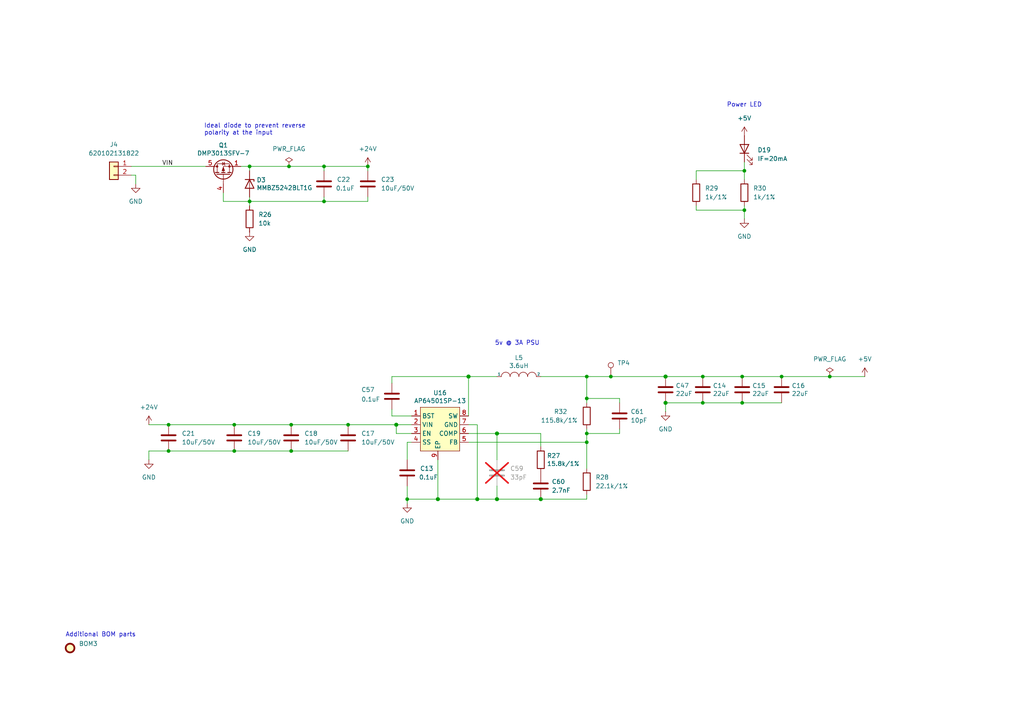
<source format=kicad_sch>
(kicad_sch (version 20250114) (generator "eeschema") (generator_version "9.0")
  (paper "A4")
  (title_block (title "Power") (company "Dr. Konstantin Schauwecker"))
  (lib_symbols
    (symbol "CM4IO:AP64351"
      (property "Reference" "U16" (at 0.635 9.2456 0))
      (property "Value" "AP64501SP-13" (at 0.635 6.9342 0))
      (symbol "AP64351_1_1"
        (rectangle (start -5.08 5.08) (end 6.35 -7.62) (fill (type background)))
        (pin passive line (at -7.62 2.54 0) (length 2.54) (name "BST") (number "1"))
        (pin power_in line (at -7.62 0 0) (length 2.54) (name "VIN") (number "2"))
        (pin input line (at -7.62 -2.54 0) (length 2.54) (name "EN") (number "3"))
        (pin input line (at -7.62 -5.08 0) (length 2.54) (name "SS") (number "4"))
        (pin passive line (at 0 -10.16 90) (length 2.54) (name "EP") (number "9"))
        (pin output line (at 8.89 2.54 180) (length 2.54) (name "SW") (number "8"))
        (pin power_in line (at 8.89 0 180) (length 2.54) (name "GND") (number "7"))
        (pin input line (at 8.89 -2.54 180) (length 2.54) (name "COMP") (number "6"))
        (pin input line (at 8.89 -5.08 180) (length 2.54) (name "FB") (number "5"))
      )
    )
    (symbol "Connector:TestPoint" (pin_numbers (hide yes)) (pin_names (offset 0.762) (hide yes))
      (property "Reference" "TP" (at 0 6.858 0))
      (property "Value" "TestPoint" (at 0 5.08 0))
      (symbol "TestPoint_0_1"
        (circle (center 0 3.302) (radius 0.762))
      )
      (symbol "TestPoint_1_1"
        (pin passive line (at 0 0 90) (length 2.54) (name "1") (number "1"))
      )
    )
    (symbol "Connector_Generic:Conn_01x02" (pin_names (offset 1.016) (hide yes))
      (property "Reference" "J" (at 0 2.54 0))
      (property "Value" "Conn_01x02" (at 0 -5.08 0))
      (symbol "Conn_01x02_1_1"
        (rectangle (start -1.27 1.27) (end 1.27 -3.81) (stroke (width 0.254)) (fill (type background)))
        (rectangle (start -1.27 0.127) (end 0 -0.127) (stroke (width 0.1524)))
        (rectangle (start -1.27 -2.413) (end 0 -2.667) (stroke (width 0.1524)))
        (pin passive line (at -5.08 0 0) (length 3.81) (name "Pin_1") (number "1"))
        (pin passive line (at -5.08 -2.54 0) (length 3.81) (name "Pin_2") (number "2"))
      )
    )
    (symbol "Device:C" (pin_numbers (hide yes)) (pin_names (offset 0.254))
      (property "Reference" "C" (at 0.635 2.54 0))
      (property "Value" "C" (at 0.635 -2.54 0))
      (symbol "C_0_1"
        (polyline (pts (xy -2.032 0.762) (xy 2.032 0.762)) (stroke (width 0.508)))
        (polyline (pts (xy -2.032 -0.762) (xy 2.032 -0.762)) (stroke (width 0.508)))
      )
      (symbol "C_1_1"
        (pin passive line (at 0 3.81 270) (length 2.794) (name "~") (number "1"))
        (pin passive line (at 0 -3.81 90) (length 2.794) (name "~") (number "2"))
      )
    )
    (symbol "Device:R" (pin_numbers (hide yes)) (pin_names (offset 0))
      (property "Reference" "R" (at 2.032 0 90))
      (property "Value" "R" (at 0 0 90))
      (symbol "R_0_1"
        (rectangle (start -1.016 -2.54) (end 1.016 2.54) (stroke (width 0.254)))
      )
      (symbol "R_1_1"
        (pin passive line (at 0 3.81 270) (length 1.27) (name "~") (number "1"))
        (pin passive line (at 0 -3.81 90) (length 1.27) (name "~") (number "2"))
      )
    )
    (symbol "Diode:BZX84Cxx" (pin_numbers (hide yes)) (pin_names (hide yes))
      (property "Reference" "D" (at 0 2.54 0))
      (property "Value" "BZX84Cxx" (at 0 -2.54 0))
      (symbol "BZX84Cxx_0_1"
        (polyline (pts (xy -1.27 -1.27) (xy -1.27 1.27) (xy -0.762 1.27)) (stroke (width 0.254)))
        (polyline (pts (xy 1.27 0) (xy -1.27 0)))
        (polyline (pts (xy 1.27 -1.27) (xy 1.27 1.27) (xy -1.27 0) (xy 1.27 -1.27)) (stroke (width 0.254)))
      )
      (symbol "BZX84Cxx_1_1"
        (pin passive line (at -3.81 0 0) (length 2.54) (name "K") (number "1"))
        (pin passive line (at 3.81 0 180) (length 2.54) (name "A") (number "2"))
      )
    )
    (symbol "GND_1" (power) (pin_numbers (hide yes)) (pin_names (offset 0) (hide yes))
      (property "Value" "GND" (at 0 -3.81 0))
      (symbol "GND_1_0_1"
        (polyline (pts (xy 0 0) (xy 0 -1.27) (xy 1.27 -1.27) (xy 0 -2.54) (xy -1.27 -1.27) (xy 0 -1.27)))
      )
      (symbol "GND_1_1_1"
        (pin power_in line (at 0 0 270) (length 0) (name "~") (number "1"))
      )
    )
    (symbol "GND_2" (power) (pin_numbers (hide yes)) (pin_names (offset 0) (hide yes))
      (property "Value" "GND" (at 0 -3.81 0))
      (symbol "GND_2_0_1"
        (polyline (pts (xy 0 0) (xy 0 -1.27) (xy 1.27 -1.27) (xy 0 -2.54) (xy -1.27 -1.27) (xy 0 -1.27)))
      )
      (symbol "GND_2_1_1"
        (pin power_in line (at 0 0 270) (length 0) (name "~") (number "1"))
      )
    )
    (symbol "GND_3" (power) (pin_numbers (hide yes)) (pin_names (offset 0) (hide yes))
      (property "Value" "GND" (at 0 -3.81 0))
      (symbol "GND_3_0_1"
        (polyline (pts (xy 0 0) (xy 0 -1.27) (xy 1.27 -1.27) (xy 0 -2.54) (xy -1.27 -1.27) (xy 0 -1.27)))
      )
      (symbol "GND_3_1_1"
        (pin power_in line (at 0 0 270) (length 0) (name "~") (number "1"))
      )
    )
    (symbol "GND_4" (power) (pin_numbers (hide yes)) (pin_names (offset 0) (hide yes))
      (property "Value" "GND" (at 0 -3.81 0))
      (symbol "GND_4_0_1"
        (polyline (pts (xy 0 0) (xy 0 -1.27) (xy 1.27 -1.27) (xy 0 -2.54) (xy -1.27 -1.27) (xy 0 -1.27)))
      )
      (symbol "GND_4_1_1"
        (pin power_in line (at 0 0 270) (length 0) (name "~") (number "1"))
      )
    )
    (symbol "GND_5" (power) (pin_numbers (hide yes)) (pin_names (offset 0) (hide yes))
      (property "Value" "GND" (at 0 -3.81 0))
      (symbol "GND_5_0_1"
        (polyline (pts (xy 0 0) (xy 0 -1.27) (xy 1.27 -1.27) (xy 0 -2.54) (xy -1.27 -1.27) (xy 0 -1.27)))
      )
      (symbol "GND_5_1_1"
        (pin power_in line (at 0 0 270) (length 0) (name "~") (number "1"))
      )
    )
    (symbol "LED_1" (pin_numbers (hide yes)) (pin_names (offset 1.016) (hide yes))
      (property "Reference" "D" (at 0 2.54 0))
      (property "Value" "LED" (at 0 -2.54 0))
      (symbol "LED_1_0_1"
        (polyline (pts (xy -3.048 -0.762) (xy -4.572 -2.286) (xy -3.81 -2.286) (xy -4.572 -2.286) (xy -4.572 -1.524)))
        (polyline (pts (xy -1.778 -0.762) (xy -3.302 -2.286) (xy -2.54 -2.286) (xy -3.302 -2.286) (xy -3.302 -1.524)))
        (polyline (pts (xy -1.27 0) (xy 1.27 0)))
        (polyline (pts (xy -1.27 -1.27) (xy -1.27 1.27)) (stroke (width 0.254)))
        (polyline (pts (xy 1.27 -1.27) (xy 1.27 1.27) (xy -1.27 0) (xy 1.27 -1.27)) (stroke (width 0.254)))
      )
      (symbol "LED_1_1_1"
        (pin passive line (at -3.81 0 0) (length 2.54) (name "K") (number "1"))
        (pin passive line (at 3.81 0 180) (length 2.54) (name "A") (number "2"))
      )
    )
    (symbol "Mechanical:Fiducial" (in_bom no)
      (property "Reference" "FID" (at 0 5.08 0))
      (property "Value" "Fiducial" (at 0 3.175 0))
      (symbol "Fiducial_0_1"
        (circle (center 0 0) (radius 1.27) (stroke (width 0.508)) (fill (type background)))
      )
    )
    (symbol "Transistor_FET:DMP3013SFV" (pin_names (hide yes))
      (property "Reference" "Q" (at 5.08 1.905 0))
      (property "Value" "DMP3013SFV" (at 5.08 0 0))
      (symbol "DMP3013SFV_0_1"
        (polyline (pts (xy 0.254 1.905) (xy 0.254 -1.905)) (stroke (width 0.254)))
        (polyline (pts (xy 0.254 0) (xy -2.54 0)))
        (polyline (pts (xy 0.762 2.286) (xy 0.762 1.27)) (stroke (width 0.254)))
        (polyline (pts (xy 0.762 1.778) (xy 3.302 1.778) (xy 3.302 -1.778) (xy 0.762 -1.778)))
        (polyline (pts (xy 0.762 0.508) (xy 0.762 -0.508)) (stroke (width 0.254)))
        (polyline (pts (xy 0.762 -1.27) (xy 0.762 -2.286)) (stroke (width 0.254)))
        (circle (center 1.651 0) (radius 2.794) (stroke (width 0.254)))
        (polyline (pts (xy 2.286 0) (xy 1.27 0.381) (xy 1.27 -0.381) (xy 2.286 0)) (fill (type outline)))
        (polyline (pts (xy 2.54 2.54) (xy 2.54 1.778)))
        (circle (center 2.54 1.778) (radius 0.254) (fill (type outline)))
        (circle (center 2.54 -1.778) (radius 0.254) (fill (type outline)))
        (polyline (pts (xy 2.54 -2.54) (xy 2.54 0) (xy 0.762 0)))
        (polyline (pts (xy 2.794 -0.508) (xy 2.921 -0.381) (xy 3.683 -0.381) (xy 3.81 -0.254)))
        (polyline (pts (xy 3.302 -0.381) (xy 2.921 0.254) (xy 3.683 0.254) (xy 3.302 -0.381)))
      )
      (symbol "DMP3013SFV_1_1"
        (pin passive line (at -5.08 0 0) (length 2.54) (name "G") (number "4"))
        (pin passive line (at 2.54 5.08 270) (length 2.54) (name "D") (number "5"))
        (pin passive line (at 2.54 -5.08 90) (length 2.54) (name "S") (number "1"))
        (pin passive line (at 2.54 -5.08 90) (length 2.54) (hide yes) (name "S") (number "2"))
        (pin passive line (at 2.54 -5.08 90) (length 2.54) (hide yes) (name "S") (number "3"))
      )
    )
    (symbol "power:+24V" (power) (pin_numbers (hide yes)) (pin_names (offset 0) (hide yes))
      (property "Value" "+24V" (at 0 3.556 0))
      (symbol "+24V_0_1"
        (polyline (pts (xy -0.762 1.27) (xy 0 2.54)))
        (polyline (pts (xy 0 2.54) (xy 0.762 1.27)))
        (polyline (pts (xy 0 0) (xy 0 2.54)))
      )
      (symbol "+24V_1_1"
        (pin power_in line (at 0 0 90) (length 0) (name "~") (number "1"))
      )
    )
    (symbol "power:+5V" (power) (pin_numbers (hide yes)) (pin_names (offset 0) (hide yes))
      (property "Value" "+5V" (at 0 3.556 0))
      (symbol "+5V_0_1"
        (polyline (pts (xy -0.762 1.27) (xy 0 2.54)))
        (polyline (pts (xy 0 2.54) (xy 0.762 1.27)))
        (polyline (pts (xy 0 0) (xy 0 2.54)))
      )
      (symbol "+5V_1_1"
        (pin power_in line (at 0 0 90) (length 0) (name "~") (number "1"))
      )
    )
    (symbol "power:GND" (power) (pin_numbers (hide yes)) (pin_names (offset 0) (hide yes))
      (property "Value" "GND" (at 0 -3.81 0))
      (symbol "GND_0_1"
        (polyline (pts (xy 0 0) (xy 0 -1.27) (xy 1.27 -1.27) (xy 0 -2.54) (xy -1.27 -1.27) (xy 0 -1.27)))
      )
      (symbol "GND_1_1"
        (pin power_in line (at 0 0 270) (length 0) (name "~") (number "1"))
      )
    )
    (symbol "power:PWR_FLAG" (power) (pin_numbers (hide yes)) (pin_names (offset 0) (hide yes))
      (property "Value" "PWR_FLAG" (at 0 3.81 0))
      (symbol "PWR_FLAG_0_0"
        (pin power_out line (at 0 0 90) (length 0) (name "~") (number "1"))
      )
      (symbol "PWR_FLAG_0_1"
        (polyline (pts (xy 0 0) (xy 0 1.27) (xy -1.016 1.905) (xy 0 2.54) (xy 1.016 1.905) (xy 0 1.27)))
      )
    )
    (symbol "pspice:INDUCTOR" (pin_numbers (hide yes)) (pin_names (offset 0))
      (property "Reference" "L" (at 0 2.54 0))
      (property "Value" "INDUCTOR" (at 0 -1.27 0))
      (symbol "INDUCTOR_0_1"
        (arc (start -5.08 0) (mid -3.81 1.2645) (end -2.54 0))
        (arc (start -2.54 0) (mid -1.27 1.2645) (end 0 0))
        (arc (start 0 0) (mid 1.27 1.2645) (end 2.54 0))
        (arc (start 2.54 0) (mid 3.81 1.2645) (end 5.08 0))
      )
      (symbol "INDUCTOR_1_1"
        (pin input line (at -6.35 0 0) (length 1.27) (name "1") (number "1"))
        (pin input line (at 6.35 0 180) (length 1.27) (name "2") (number "2"))
      )
    )
  )
  (text "5v @ 3A PSU\n" (at 143.51 100.33 0) (effects (font (size 1.27 1.27)) (justify left bottom)))
  (text "Power LED" (at 215.9 30.48 0) (effects (font (size 1.27 1.27))))
  (text "Ideal diode to prevent reverse\npolarity at the input" (at 59.182 39.37 0) (effects (font (size 1.27 1.27)) (justify left bottom)))
  (text "Additional BOM parts" (at 29.21 184.15 0) (effects (font (size 1.27 1.27))))
  (junction (at 138.43 144.78) (diameter 1.016))
  (junction (at 72.39 58.42))
  (junction (at 170.18 128.27))
  (junction (at 226.695 109.22))
  (junction (at 170.18 109.22))
  (junction (at 203.835 109.22))
  (junction (at 215.9 60.96))
  (junction (at 100.965 123.19))
  (junction (at 170.18 115.57))
  (junction (at 156.845 144.78) (diameter 1.016))
  (junction (at 193.04 116.84) (diameter 1.016))
  (junction (at 83.82 48.26))
  (junction (at 93.98 48.26))
  (junction (at 67.945 130.81))
  (junction (at 93.98 58.42))
  (junction (at 84.455 130.81))
  (junction (at 84.455 123.19))
  (junction (at 215.265 116.84))
  (junction (at 48.895 130.81))
  (junction (at 193.04 109.22) (diameter 1.016))
  (junction (at 48.895 123.19))
  (junction (at 177.165 109.22))
  (junction (at 144.145 144.78) (diameter 1.016))
  (junction (at 215.9 49.53))
  (junction (at 118.11 144.78))
  (junction (at 144.145 125.73) (diameter 1.016))
  (junction (at 135.89 109.22) (diameter 1.016))
  (junction (at 203.835 116.84))
  (junction (at 67.945 123.19))
  (junction (at 106.68 48.26))
  (junction (at 240.665 109.22))
  (junction (at 127 144.78) (diameter 1.016))
  (junction (at 72.39 48.26))
  (junction (at 170.18 125.73))
  (junction (at 215.265 109.22))
  (junction (at 114.935 123.19) (diameter 1.016))
  (wire (pts (xy 170.18 109.22) (xy 177.165 109.22)))
  (wire (pts (xy 84.455 123.19) (xy 100.965 123.19)))
  (wire (pts (xy 144.145 140.97) (xy 144.145 144.78)))
  (wire (pts (xy 64.77 55.88) (xy 64.77 58.42)))
  (wire (pts (xy 113.665 120.65) (xy 119.38 120.65)))
  (wire (pts (xy 193.04 116.84) (xy 193.04 119.38)))
  (wire (pts (xy 84.455 130.81) (xy 100.965 130.81)))
  (wire (pts (xy 138.43 123.19) (xy 138.43 144.78)))
  (wire (pts (xy 106.68 57.15) (xy 106.68 58.42)))
  (wire (pts (xy 72.39 58.42) (xy 72.39 59.69)))
  (wire (pts (xy 43.18 123.19) (xy 48.895 123.19)))
  (wire (pts (xy 114.935 123.19) (xy 119.38 123.19)))
  (wire (pts (xy 118.11 146.05) (xy 118.11 144.78)))
  (wire (pts (xy 240.665 109.22) (xy 250.825 109.22)))
  (wire (pts (xy 215.9 60.96) (xy 201.93 60.96)))
  (wire (pts (xy 106.68 48.26) (xy 106.68 49.53)))
  (wire (pts (xy 215.9 60.96) (xy 215.9 63.5)))
  (wire (pts (xy 193.04 116.84) (xy 203.835 116.84)))
  (wire (pts (xy 144.145 144.78) (xy 156.845 144.78)))
  (wire (pts (xy 69.85 48.26) (xy 72.39 48.26)))
  (wire (pts (xy 48.895 123.19) (xy 67.945 123.19)))
  (wire (pts (xy 113.665 109.22) (xy 135.89 109.22)))
  (wire (pts (xy 170.18 125.73) (xy 170.18 128.27)))
  (wire (pts (xy 72.39 58.42) (xy 93.98 58.42)))
  (wire (pts (xy 170.18 109.22) (xy 170.18 115.57)))
  (wire (pts (xy 215.265 109.22) (xy 226.695 109.22)))
  (wire (pts (xy 72.39 48.26) (xy 83.82 48.26)))
  (wire (pts (xy 72.39 57.15) (xy 72.39 58.42)))
  (wire (pts (xy 203.835 109.22) (xy 215.265 109.22)))
  (wire (pts (xy 170.18 128.27) (xy 170.18 135.89)))
  (wire (pts (xy 170.18 124.46) (xy 170.18 125.73)))
  (wire (pts (xy 113.665 118.745) (xy 113.665 120.65)))
  (wire (pts (xy 135.89 123.19) (xy 138.43 123.19)))
  (wire (pts (xy 156.845 144.78) (xy 170.18 144.78)))
  (wire (pts (xy 179.705 115.57) (xy 179.705 116.84)))
  (wire (pts (xy 201.93 60.96) (xy 201.93 59.69)))
  (wire (pts (xy 193.04 109.22) (xy 203.835 109.22)))
  (wire (pts (xy 39.37 50.8) (xy 39.37 53.34)))
  (wire (pts (xy 118.11 144.78) (xy 127 144.78)))
  (wire (pts (xy 215.9 46.99) (xy 215.9 49.53)))
  (wire (pts (xy 114.935 123.19) (xy 114.935 125.73)))
  (wire (pts (xy 135.89 125.73) (xy 144.145 125.73)))
  (wire (pts (xy 170.18 125.73) (xy 179.705 125.73)))
  (wire (pts (xy 156.845 129.54) (xy 156.845 125.73)))
  (wire (pts (xy 226.695 109.22) (xy 240.665 109.22)))
  (wire (pts (xy 215.9 60.96) (xy 215.9 59.69)))
  (wire (pts (xy 179.705 125.73) (xy 179.705 124.46)))
  (wire (pts (xy 48.895 130.81) (xy 67.945 130.81)))
  (wire (pts (xy 38.1 50.8) (xy 39.37 50.8)))
  (wire (pts (xy 203.835 116.84) (xy 215.265 116.84)))
  (wire (pts (xy 127 144.78) (xy 138.43 144.78)))
  (wire (pts (xy 170.18 115.57) (xy 170.18 116.84)))
  (wire (pts (xy 170.18 115.57) (xy 179.705 115.57)))
  (wire (pts (xy 201.93 52.07) (xy 201.93 49.53)))
  (wire (pts (xy 135.89 128.27) (xy 170.18 128.27)))
  (wire (pts (xy 93.98 48.26) (xy 93.98 49.53)))
  (wire (pts (xy 93.98 57.15) (xy 93.98 58.42)))
  (wire (pts (xy 38.1 48.26) (xy 59.69 48.26)))
  (wire (pts (xy 106.68 58.42) (xy 93.98 58.42)))
  (wire (pts (xy 100.965 123.19) (xy 114.935 123.19)))
  (wire (pts (xy 72.39 48.26) (xy 72.39 49.53)))
  (wire (pts (xy 118.11 140.97) (xy 118.11 144.78)))
  (wire (pts (xy 144.145 125.73) (xy 144.145 133.35)))
  (wire (pts (xy 135.89 109.22) (xy 144.145 109.22)))
  (wire (pts (xy 67.945 123.19) (xy 84.455 123.19)))
  (wire (pts (xy 114.935 125.73) (xy 119.38 125.73)))
  (wire (pts (xy 127 133.35) (xy 127 144.78)))
  (wire (pts (xy 215.9 49.53) (xy 215.9 52.07)))
  (wire (pts (xy 64.77 58.42) (xy 72.39 58.42)))
  (wire (pts (xy 43.18 130.81) (xy 43.18 133.35)))
  (wire (pts (xy 201.93 49.53) (xy 215.9 49.53)))
  (wire (pts (xy 170.18 144.78) (xy 170.18 143.51)))
  (wire (pts (xy 113.665 111.125) (xy 113.665 109.22)))
  (wire (pts (xy 177.165 109.22) (xy 193.04 109.22)))
  (wire (pts (xy 144.145 125.73) (xy 156.845 125.73)))
  (wire (pts (xy 138.43 144.78) (xy 144.145 144.78)))
  (wire (pts (xy 93.98 48.26) (xy 106.68 48.26)))
  (wire (pts (xy 119.38 128.27) (xy 118.11 128.27)))
  (wire (pts (xy 156.845 109.22) (xy 170.18 109.22)))
  (wire (pts (xy 43.18 130.81) (xy 48.895 130.81)))
  (wire (pts (xy 83.82 48.26) (xy 93.98 48.26)))
  (wire (pts (xy 135.89 109.22) (xy 135.89 120.65)))
  (wire (pts (xy 215.265 116.84) (xy 226.695 116.84)))
  (wire (pts (xy 118.11 128.27) (xy 118.11 133.35)))
  (wire (pts (xy 67.945 130.81) (xy 84.455 130.81)))
  (label "VIN" (at 46.99 48.26 0))
  (symbol (lib_id "Device:C") (at 193.04 113.03 0) (unit 1)
    (property "Reference" "C47" (at 195.961 111.8616 0) (effects (justify left)))
    (property "Value" "22uF" (at 195.961 114.173 0) (effects (justify left)))
    (property "Footprint" "Capacitor_SMD:C_0805_2012Metric" (effects (hide yes)))
    (property "MFG" " TAIYO YUDEN " (effects (hide yes)))
    (property "MPN" " LMK212BC6226MG-T" (effects (hide yes)))
    (property "Supplier Link" "https://www.mouser.de/ProductDetail/TAIYO-YUDEN/LMK212BC6226MG-T?qs=O%2FR%252Bua8vhosWHMiwLEDVEA%3D%3D" (effects (hide yes)))
  )
  (symbol (lib_id "Device:C") (at 113.665 114.935 0) (unit 1)
    (property "Reference" "C57" (at 104.775 113.03 0) (effects (justify left)))
    (property "Value" "0.1uF" (at 104.775 115.824 0) (effects (justify left)))
    (property "Footprint" "Capacitor_SMD:C_0402_1005Metric" (effects (hide yes)))
    (property "MFG" "TAIYO YUDEN " (effects (hide yes)))
    (property "MPN" "MBAST105SB7104KFNA01" (effects (hide yes)))
    (property "Supplier Link" "https://www.mouser.de/ProductDetail/TAIYO-YUDEN/MBAST105SB7104KFNA01?qs=tlsG%2FOw5FFj0FpJuqULGiw%3D%3D " (effects (hide yes)))
  )
  (symbol (lib_id "Device:C") (at 179.705 120.65 0) (unit 1)
    (property "Reference" "C61" (at 182.88 119.38 0) (effects (justify left)))
    (property "Value" "10pF" (at 182.88 121.92 0) (effects (justify left)))
    (property "Footprint" "Capacitor_SMD:C_0402_1005Metric" (effects (hide yes)))
    (property "MFG" "Kemet" (effects (hide yes)))
    (property "MPN" "C0402C100K5HACAUTO" (effects (hide yes)))
    (property "Supplier Link" "https://www.mouser.de/ProductDetail/KEMET/C0402C100K5HACAUTO?qs=j%252B1pi9TdxUZAoAOAY4BV7w%3D%3D" (effects (hide yes)))
  )
  (symbol (lib_id "Device:R") (at 170.18 120.65 0) (unit 1)
    (property "Reference" "R32" (at 160.655 119.38 0) (effects (justify left)))
    (property "Value" "115.8k/1%" (at 156.845 121.92 0) (effects (justify left)))
    (property "Footprint" "Resistor_SMD:R_0402_1005Metric" (effects (hide yes)))
    (property "MFG" "TE" (effects (hide yes)))
    (property "MPN" "RP73PF1E115RBTD" (effects (hide yes)))
    (property "Supplier Link" "https://www.mouser.de/ProductDetail/TE-Connectivity-Holsworthy/RP73PF1E115RBTD?qs=sGAEpiMZZMtG0KNrPCHnjW0BEZmmc%252BDplPUtoUS4lumeUZox4EKAlA%3D%3D" (effects (hide yes)))
  )
  (symbol (lib_id "pspice:INDUCTOR") (at 150.495 109.22 0) (unit 1)
    (property "Reference" "L5" (at 150.495 103.759 0))
    (property "Value" "3.6uH" (at 150.495 106.0704 0))
    (property "Footprint" "Inductor_SMD:L_Taiyo-Yuden_NR-80xx" (effects (hide yes)))
    (property "MPN" "NRS8040T3R6NJGJ" (effects (hide yes)))
    (property "MFG" "TAIYO YUDEN " (effects (hide yes)))
    (property "Supplier Link" "https://www.mouser.de/ProductDetail/TAIYO-YUDEN/NRS8040T3R6NJGJ?qs=PzICbMaShUd8yvw36qnJQA%3D%3D" (effects (hide yes)))
  )
  (symbol (lib_id "Device:C") (at 156.845 140.97 0) (unit 1)
    (property "Reference" "C60" (at 160.02 139.7 0) (effects (justify left)))
    (property "Value" "2.7nF" (at 160.02 142.24 0) (effects (justify left)))
    (property "Footprint" "Capacitor_SMD:C_0402_1005Metric" (effects (hide yes)))
    (property "MFG" "Murata" (effects (hide yes)))
    (property "MPN" "GRM1555C1H272GE01J" (effects (hide yes)))
    (property "Supplier Link" "https://www.mouser.de/ProductDetail/Murata-Electronics/GRM1555C1H272GE01J?qs=d0WKAl%252BL4KbDMCwlAFQv6w%3D%3D" (effects (hide yes)))
  )
  (symbol (lib_id "Device:C") (at 144.145 137.16 0) (unit 1) (dnp yes)
    (property "Reference" "C59" (at 147.955 135.89 0) (effects (justify left)))
    (property "Value" "33pF" (at 147.955 138.43 0) (effects (justify left)))
    (property "Footprint" "Capacitor_SMD:C_0402_1005Metric" (effects (hide yes)))
  )
  (symbol (lib_id "CM4IO:AP64351") (at 127 123.19 0) (unit 1)
    (property "Reference" "U16" (at 127.635 113.9444 0))
    (property "Value" "AP64501SP-13" (at 127.635 116.2558 0))
    (property "Footprint" "Package_SO:SOIC-8-1EP_3.9x4.9mm_P1.27mm_EP2.29x3mm" (effects (hide yes)))
    (property "Datasheet" "https://www.diodes.com/assets/Datasheets/AP64501.pdf" (effects (hide yes)))
    (property "MPN" "AP64501SP-13" (effects (hide yes)))
    (property "MFG" "Diodes" (effects (hide yes)))
    (property "Supplier Link" "https://www.mouser.de/ProductDetail/Diodes-Incorporated/AP64501SP-13?qs=P1JMDcb91o7FS0GU%252BW7TIQ%3D%3D" (effects (hide yes)))
  )
  (symbol (lib_id "Device:R") (at 170.18 139.7 0) (unit 1)
    (property "Reference" "R28" (at 172.72 138.43 0) (effects (justify left)))
    (property "Value" "22.1k/1%" (at 172.72 140.97 0) (effects (justify left)))
    (property "Footprint" "Resistor_SMD:R_0402_1005Metric" (effects (hide yes)))
    (property "Datasheet" "https://fscdn.rohm.com/en/products/databook/datasheet/passive/resistor/chip_resistor/mcr-e.pdf" (effects (hide yes)))
    (property "MFG" "WE" (effects (hide yes)))
    (property "MPN" "560112110099" (effects (hide yes)))
    (property "Supplier Link" "https://www.mouser.de/ProductDetail/Wurth-Elektronik/560112110099?qs=sGAEpiMZZMtG0KNrPCHnjRpfexHZHoPI28bd1vU22Yd3udXkJmpzhg%3D%3D" (effects (hide yes)))
  )
  (symbol (lib_id "Transistor_FET:DMP3013SFV") (at 64.77 50.8 90) (unit 1)
    (property "Reference" "Q1" (at 64.77 42.1386 90))
    (property "Value" "DMP3013SFV-7" (at 64.77 44.45 90))
    (property "Footprint" "Package_SON:Diodes_PowerDI3333-8" (effects (hide yes)))
    (property "Datasheet" "https://www.diodes.com/assets/Datasheets/DMP3013SFV.pdf" (effects (hide yes)))
    (property "MPN" "DMP3013SFV-7" (effects (hide yes)))
    (property "MFG" "Diodes" (effects (hide yes)))
    (property "Supplier Link" "https://www.mouser.de/ProductDetail/Diodes-Incorporated/DMP3013SFV-7?qs=W0yvOO0ixfH1hnmiAtL1VQ%3D%3D" (effects (hide yes)))
  )
  (symbol (lib_id "Connector_Generic:Conn_01x02") (at 33.02 48.26 0) (mirror y) (unit 1)
    (property "Reference" "J4" (at 33.02 41.91 0))
    (property "Value" "620102131822" (at 33.02 44.45 0))
    (property "Footprint" "footprints:WE-620102131822" (effects (hide yes)))
    (property "Description" "Generic connector, single row, 01x02, script generated (kicad-library-utils/schlib/autogen/connector/)" (effects (hide yes)))
    (property "MFG" "WE" (effects (hide yes)))
    (property "MPN" "620102131822" (effects (hide yes)))
    (property "Supplier Link" "https://www.mouser.de/ProductDetail/Wurth-Elektronik/620102131822?qs=ZtY9WdtwX54K2dkLvxjzuQ%3D%3D" (effects (hide yes)))
  )
  (symbol (lib_id "Device:C") (at 67.945 127 0) (unit 1)
    (property "Reference" "C19" (at 71.755 125.7299 0) (effects (justify left)))
    (property "Value" "10uF/50V" (at 71.755 128.2699 0) (effects (justify left)))
    (property "Footprint" "Capacitor_SMD:C_1206_3216Metric" (effects (hide yes)))
    (property "Description" "Unpolarized capacitor" (effects (hide yes)))
    (property "MFG" "TAIYO YUDEN " (effects (hide yes)))
    (property "MPN" " MLASG31LAB7106KTNB25 " (effects (hide yes)))
    (property "Supplier Link" "https://www.mouser.de/ProductDetail/TAIYO-YUDEN/MLASG31LAB7106KTNB25?qs=tlsG%2FOw5FFhlXzDG%252BsMgew%3D%3D" (effects (hide yes)))
  )
  (symbol (lib_id "Device:C") (at 93.98 53.34 0) (mirror y) (unit 1)
    (property "Reference" "C22" (at 101.6 52.07 0) (effects (justify left)))
    (property "Value" "0.1uF" (at 102.87 54.61 0) (effects (justify left)))
    (property "Footprint" "Capacitor_SMD:C_0402_1005Metric" (effects (hide yes)))
    (property "MFG" "TAIYO YUDEN " (effects (hide yes)))
    (property "MPN" "MBAST105SB7104KFNA01" (effects (hide yes)))
    (property "Supplier Link" "https://www.mouser.de/ProductDetail/TAIYO-YUDEN/MBAST105SB7104KFNA01?qs=tlsG%2FOw5FFj0FpJuqULGiw%3D%3D " (effects (hide yes)))
  )
  (symbol (lib_id "Device:C") (at 118.11 137.16 0) (mirror y) (unit 1)
    (property "Reference" "C13" (at 125.73 135.89 0) (effects (justify left)))
    (property "Value" "0.1uF" (at 127 138.43 0) (effects (justify left)))
    (property "Footprint" "Capacitor_SMD:C_0402_1005Metric" (effects (hide yes)))
    (property "MFG" "TAIYO YUDEN " (effects (hide yes)))
    (property "MPN" "MBAST105SB7104KFNA01" (effects (hide yes)))
    (property "Supplier Link" "https://www.mouser.de/ProductDetail/TAIYO-YUDEN/MBAST105SB7104KFNA01?qs=tlsG%2FOw5FFj0FpJuqULGiw%3D%3D " (effects (hide yes)))
  )
  (symbol (lib_id "power:PWR_FLAG") (at 240.665 109.22 0) (unit 1)
    (property "Reference" "#FLG03" (effects (hide yes)))
    (property "Value" "PWR_FLAG" (at 240.665 104.14 0))
    (property "Description" "Special symbol for telling ERC where power comes from" (effects (hide yes)))
  )
  (symbol (lib_id "Device:R") (at 215.9 55.88 180) (unit 1)
    (property "Reference" "R30" (at 218.44 54.6099 0) (effects (justify right)))
    (property "Value" "1k/1%" (at 218.44 57.1499 0) (effects (justify right)))
    (property "Footprint" "Resistor_SMD:R_0402_1005Metric" (effects (hide yes)))
    (property "Description" "Resistor" (effects (hide yes)))
    (property "MFG" "Yageo" (effects (hide yes)))
    (property "MPN" " RC0402JR-7D1KL" (effects (hide yes)))
    (property "Supplier Link" "https://www.mouser.de/ProductDetail/YAGEO/RC0402JR-7D1KL?qs=sGAEpiMZZMtG0KNrPCHnjTgRJhMDDKy5BKFHjWYrA1s1AiOFf9acDg%3D%3D" (effects (hide yes)))
  )
  (symbol (lib_name "GND_5") (lib_id "power:GND") (at 39.37 53.34 0) (unit 1)
    (property "Reference" "#PWR087" (effects (hide yes)))
    (property "Value" "GND" (at 39.37 58.42 0))
    (property "Description" "Power symbol creates a global label with name \"GND\" , ground" (effects (hide yes)))
  )
  (symbol (lib_id "Device:R") (at 72.39 63.5 0) (unit 1)
    (property "Reference" "R26" (at 74.93 62.2299 0) (effects (justify left)))
    (property "Value" "10k" (at 74.93 64.7699 0) (effects (justify left)))
    (property "Footprint" "Resistor_SMD:R_0402_1005Metric" (effects (hide yes)))
    (property "Description" "Resistor" (effects (hide yes)))
    (property "MFG" "Vishay" (effects (hide yes)))
    (property "MPN" "CRCW040210K0FKEDC" (effects (hide yes)))
    (property "Supplier Link" "https://www.mouser.de/ProductDetail/Vishay/CRCW040210K0FKEDC?qs=sGAEpiMZZMtG0KNrPCHnjXEaY7S8QU1xDaVXkvqGFkKtFuEQ7AdwVg%3D%3D" (effects (hide yes)))
  )
  (symbol (lib_name "GND_2") (lib_id "power:GND") (at 215.9 63.5 0) (unit 1)
    (property "Reference" "#PWR089" (effects (hide yes)))
    (property "Value" "GND" (at 215.9 68.58 0))
    (property "Description" "Power symbol creates a global label with name \"GND\" , ground" (effects (hide yes)))
  )
  (symbol (lib_name "LED_1") (lib_id "Device:LED") (at 215.9 43.18 90) (unit 1)
    (property "Reference" "D19" (at 219.71 43.4974 90) (effects (justify right)))
    (property "Value" "IF=20mA" (at 219.71 46.0374 90) (effects (justify right)))
    (property "Footprint" "LED_SMD:LED_0603_1608Metric" (effects (hide yes)))
    (property "Description" "Light emitting diode" (effects (hide yes)))
    (property "MFG" "WE" (effects (hide yes)))
    (property "MPN" "150060GS83000 " (effects (hide yes)))
    (property "Supplier Link" "https://www.mouser.de/ProductDetail/Wurth-Elektronik/150060GS83000?qs=sGAEpiMZZMvVL5Kk7ZYykY6g4CMvHY6u9jN9Z8uGv7LKKnt5FEuvhg%3D%3D" (effects (hide yes)))
  )
  (symbol (lib_id "Connector:TestPoint") (at 177.165 109.22 0) (unit 1) (in_bom no)
    (property "Reference" "TP4" (at 179.07 105.283 0) (effects (justify left)))
    (property "Value" "TestPoint" (effects (hide yes)))
    (property "Footprint" "TestPoint:TestPoint_Pad_D2.0mm" (effects (hide yes)))
  )
  (symbol (lib_id "power:PWR_FLAG") (at 83.82 48.26 0) (unit 1)
    (property "Reference" "#FLG04" (effects (hide yes)))
    (property "Value" "PWR_FLAG" (at 83.82 43.18 0))
    (property "Description" "Special symbol for telling ERC where power comes from" (effects (hide yes)))
  )
  (symbol (lib_name "GND_4") (lib_id "power:GND") (at 43.18 133.35 0) (unit 1)
    (property "Reference" "#PWR0101" (effects (hide yes)))
    (property "Value" "GND" (at 43.18 138.43 0))
    (property "Description" "Power symbol creates a global label with name \"GND\" , ground" (effects (hide yes)))
  )
  (symbol (lib_id "Device:R") (at 156.845 133.35 0) (unit 1)
    (property "Reference" "R27" (at 158.623 132.1816 0) (effects (justify left)))
    (property "Value" "15.8k/1%" (at 158.623 134.493 0) (effects (justify left)))
    (property "Footprint" "Resistor_SMD:R_0402_1005Metric" (effects (hide yes)))
    (property "MFG" "Panasonic" (effects (hide yes)))
    (property "MPN" " ERA-2AEB1582X" (effects (hide yes)))
    (property "Supplier Link" "https://www.mouser.de/ProductDetail/Panasonic/ERA-2AEB1582X?qs=sGAEpiMZZMtG0KNrPCHnjfgxrTtCmcjjwz4XsKmX4QA%3D" (effects (hide yes)))
  )
  (symbol (lib_id "Device:C") (at 203.835 113.03 0) (unit 1)
    (property "Reference" "C14" (at 206.756 111.8616 0) (effects (justify left)))
    (property "Value" "22uF" (at 206.756 114.173 0) (effects (justify left)))
    (property "Footprint" "Capacitor_SMD:C_0805_2012Metric" (effects (hide yes)))
    (property "MFG" " TAIYO YUDEN " (effects (hide yes)))
    (property "MPN" " LMK212BC6226MG-T" (effects (hide yes)))
    (property "Supplier Link" "https://www.mouser.de/ProductDetail/TAIYO-YUDEN/LMK212BC6226MG-T?qs=O%2FR%252Bua8vhosWHMiwLEDVEA%3D%3D" (effects (hide yes)))
  )
  (symbol (lib_id "Diode:BZX84Cxx") (at 72.39 53.34 270) (unit 1)
    (property "Reference" "D3" (at 74.422 52.197 90) (effects (justify left)))
    (property "Value" "MMBZ5242BLT1G" (at 74.422 54.483 90) (effects (justify left)))
    (property "Footprint" "Diode_SMD:D_SOD-323" (effects (hide yes)))
    (property "MPN" " MMSZ5242BS-7-F" (effects (hide yes)))
    (property "MFG" "Diodes" (effects (hide yes)))
    (property "Supplier Link" "https://www.mouser.de/ProductDetail/Diodes-Incorporated/MMSZ5242BS-7-F?qs=OfdJvaeFgvdJXDYnOK77UA%3D%3D" (effects (hide yes)))
  )
  (symbol (lib_id "power:+5V") (at 250.825 109.22 0) (unit 1)
    (property "Reference" "#PWR029" (effects (hide yes)))
    (property "Value" "+5V" (at 250.825 104.14 0))
    (property "Description" "Power symbol creates a global label with name \"+5V\"" (effects (hide yes)))
  )
  (symbol (lib_id "power:+24V") (at 106.68 48.26 0) (unit 1)
    (property "Reference" "#PWR086" (effects (hide yes)))
    (property "Value" "+24V" (at 106.68 43.18 0))
    (property "Description" "Power symbol creates a global label with name \"+24V\"" (effects (hide yes)))
  )
  (symbol (lib_id "power:+5V") (at 215.9 39.37 0) (unit 1)
    (property "Reference" "#PWR088" (effects (hide yes)))
    (property "Value" "+5V" (at 215.9 34.29 0))
    (property "Description" "Power symbol creates a global label with name \"+5V\"" (effects (hide yes)))
  )
  (symbol (lib_id "Device:C") (at 215.265 113.03 0) (unit 1)
    (property "Reference" "C15" (at 218.186 111.8616 0) (effects (justify left)))
    (property "Value" "22uF" (at 218.186 114.173 0) (effects (justify left)))
    (property "Footprint" "Capacitor_SMD:C_0805_2012Metric" (effects (hide yes)))
    (property "MFG" " TAIYO YUDEN " (effects (hide yes)))
    (property "MPN" " LMK212BC6226MG-T" (effects (hide yes)))
    (property "Supplier Link" "https://www.mouser.de/ProductDetail/TAIYO-YUDEN/LMK212BC6226MG-T?qs=O%2FR%252Bua8vhosWHMiwLEDVEA%3D%3D" (effects (hide yes)))
  )
  (symbol (lib_id "Device:C") (at 84.455 127 0) (unit 1)
    (property "Reference" "C18" (at 88.265 125.7299 0) (effects (justify left)))
    (property "Value" "10uF/50V" (at 88.265 128.2699 0) (effects (justify left)))
    (property "Footprint" "Capacitor_SMD:C_1206_3216Metric" (effects (hide yes)))
    (property "Description" "Unpolarized capacitor" (effects (hide yes)))
    (property "MFG" "TAIYO YUDEN " (effects (hide yes)))
    (property "MPN" " MLASG31LAB7106KTNB25 " (effects (hide yes)))
    (property "Supplier Link" "https://www.mouser.de/ProductDetail/TAIYO-YUDEN/MLASG31LAB7106KTNB25?qs=tlsG%2FOw5FFhlXzDG%252BsMgew%3D%3D" (effects (hide yes)))
  )
  (symbol (lib_id "Mechanical:Fiducial") (at 20.32 187.96 0) (unit 1) (on_board no)
    (property "Reference" "BOM3" (at 22.86 186.6899 0) (effects (justify left)))
    (property "Description" "Power connector" (effects (hide yes)))
    (property "MPN" "620002113322" (effects (hide yes)))
    (property "MFG" "WE" (effects (hide yes)))
    (property "Supplier Link" "https://www.mouser.de/ProductDetail/Wurth-Elektronik/620002113322?qs=W%252B2sBeLta1boMtgxuf9BnQ%3D%3D" (effects (hide yes)))
  )
  (symbol (lib_id "power:GND") (at 72.39 67.31 0) (unit 1)
    (property "Reference" "#PWR027" (effects (hide yes)))
    (property "Value" "GND" (at 72.39 72.39 0))
    (property "Description" "Power symbol creates a global label with name \"GND\" , ground" (effects (hide yes)))
  )
  (symbol (lib_id "Device:C") (at 106.68 53.34 0) (unit 1)
    (property "Reference" "C23" (at 110.49 52.0699 0) (effects (justify left)))
    (property "Value" "10uF/50V" (at 110.49 54.6099 0) (effects (justify left)))
    (property "Footprint" "Capacitor_SMD:C_1206_3216Metric" (effects (hide yes)))
    (property "Description" "Unpolarized capacitor" (effects (hide yes)))
    (property "MFG" "TAIYO YUDEN " (effects (hide yes)))
    (property "MPN" " MLASG31LAB7106KTNB25 " (effects (hide yes)))
    (property "Supplier Link" "https://www.mouser.de/ProductDetail/TAIYO-YUDEN/MLASG31LAB7106KTNB25?qs=tlsG%2FOw5FFhlXzDG%252BsMgew%3D%3D" (effects (hide yes)))
  )
  (symbol (lib_name "GND_1") (lib_id "power:GND") (at 193.04 119.38 0) (unit 1)
    (property "Reference" "#PWR099" (effects (hide yes)))
    (property "Value" "GND" (at 193.04 124.46 0))
    (property "Description" "Power symbol creates a global label with name \"GND\" , ground" (effects (hide yes)))
  )
  (symbol (lib_id "power:+24V") (at 43.18 123.19 0) (unit 1)
    (property "Reference" "#PWR030" (effects (hide yes)))
    (property "Value" "+24V" (at 43.18 118.11 0))
    (property "Description" "Power symbol creates a global label with name \"+24V\"" (effects (hide yes)))
  )
  (symbol (lib_id "Device:R") (at 201.93 55.88 180) (unit 1)
    (property "Reference" "R29" (at 204.47 54.6099 0) (effects (justify right)))
    (property "Value" "1k/1%" (at 204.47 57.1499 0) (effects (justify right)))
    (property "Footprint" "Resistor_SMD:R_0402_1005Metric" (effects (hide yes)))
    (property "Description" "Resistor" (effects (hide yes)))
    (property "MFG" "Yageo" (effects (hide yes)))
    (property "MPN" " RC0402JR-7D1KL" (effects (hide yes)))
    (property "Supplier Link" "https://www.mouser.de/ProductDetail/YAGEO/RC0402JR-7D1KL?qs=sGAEpiMZZMtG0KNrPCHnjTgRJhMDDKy5BKFHjWYrA1s1AiOFf9acDg%3D%3D" (effects (hide yes)))
  )
  (symbol (lib_id "Device:C") (at 100.965 127 0) (unit 1)
    (property "Reference" "C17" (at 104.775 125.7299 0) (effects (justify left)))
    (property "Value" "10uF/50V" (at 104.775 128.2699 0) (effects (justify left)))
    (property "Footprint" "Capacitor_SMD:C_1206_3216Metric" (effects (hide yes)))
    (property "Description" "Unpolarized capacitor" (effects (hide yes)))
    (property "MFG" "TAIYO YUDEN " (effects (hide yes)))
    (property "MPN" " MLASG31LAB7106KTNB25 " (effects (hide yes)))
    (property "Supplier Link" "https://www.mouser.de/ProductDetail/TAIYO-YUDEN/MLASG31LAB7106KTNB25?qs=tlsG%2FOw5FFhlXzDG%252BsMgew%3D%3D" (effects (hide yes)))
  )
  (symbol (lib_id "Device:C") (at 226.695 113.03 0) (unit 1)
    (property "Reference" "C16" (at 229.616 111.8616 0) (effects (justify left)))
    (property "Value" "22uF" (at 229.616 114.173 0) (effects (justify left)))
    (property "Footprint" "Capacitor_SMD:C_0805_2012Metric" (effects (hide yes)))
    (property "MFG" " TAIYO YUDEN " (effects (hide yes)))
    (property "MPN" " LMK212BC6226MG-T" (effects (hide yes)))
    (property "Supplier Link" "https://www.mouser.de/ProductDetail/TAIYO-YUDEN/LMK212BC6226MG-T?qs=O%2FR%252Bua8vhosWHMiwLEDVEA%3D%3D" (effects (hide yes)))
  )
  (symbol (lib_name "GND_3") (lib_id "power:GND") (at 118.11 146.05 0) (unit 1)
    (property "Reference" "#PWR0100" (effects (hide yes)))
    (property "Value" "GND" (at 118.11 151.13 0))
    (property "Description" "Power symbol creates a global label with name \"GND\" , ground" (effects (hide yes)))
  )
  (symbol (lib_id "Device:C") (at 48.895 127 0) (unit 1)
    (property "Reference" "C21" (at 52.705 125.7299 0) (effects (justify left)))
    (property "Value" "10uF/50V" (at 52.705 128.2699 0) (effects (justify left)))
    (property "Footprint" "Capacitor_SMD:C_1206_3216Metric" (effects (hide yes)))
    (property "Description" "Unpolarized capacitor" (effects (hide yes)))
    (property "MFG" "TAIYO YUDEN " (effects (hide yes)))
    (property "MPN" " MLASG31LAB7106KTNB25 " (effects (hide yes)))
    (property "Supplier Link" "https://www.mouser.de/ProductDetail/TAIYO-YUDEN/MLASG31LAB7106KTNB25?qs=tlsG%2FOw5FFhlXzDG%252BsMgew%3D%3D" (effects (hide yes)))
  )
)
</source>
